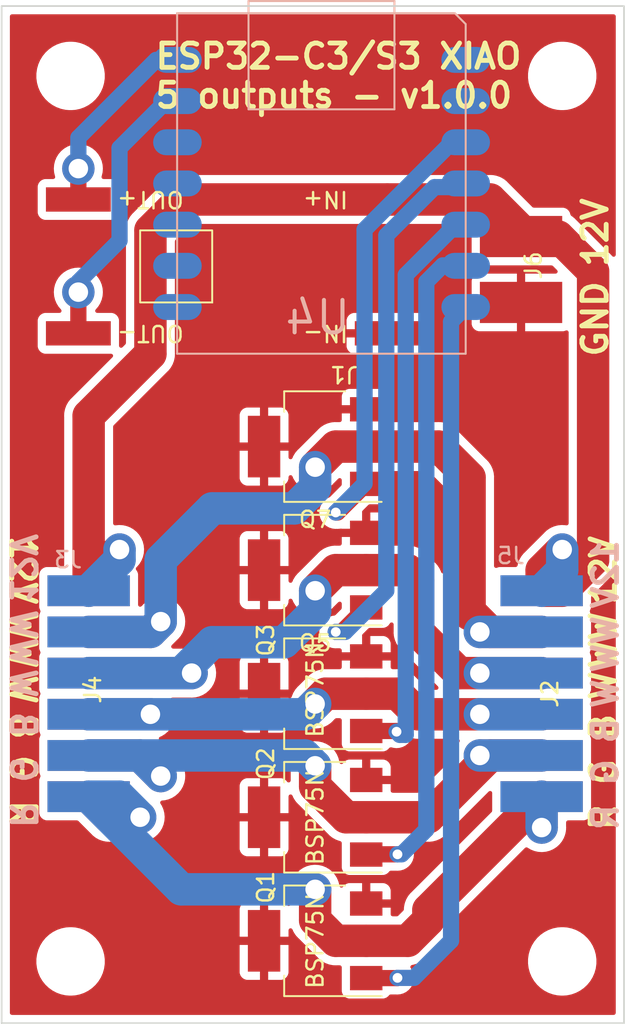
<source format=kicad_pcb>
(kicad_pcb (version 20211014) (generator pcbnew)
  (layers (0 "F.Cu" signal) (31 "B.Cu" signal) (34 "B.Paste" user) (35 "F.Paste" user) (36 "B.SilkS" user "B.Silkscreen") (37 "F.SilkS" user "F.Silkscreen") (38 "B.Mask" user) (39 "F.Mask" user) (44 "Edge.Cuts" user))
  (net 0 "")
  (net 1 "GND")
  (net 3 "OUT1")
  (net 4 "OUT3")
  (net 5 "OUT2")
  (net 6 "OUT4")
  (net 7 "GND_OUT1")
  (net 8 "GND_OUT2")
  (net 9 "GND_OUT3")
  (net 10 "OUT5")
  (net 17 "+5V")
  (net 18 "+12V")
  (net 19 "GNDPWR")
  (net 20 "GND_OUT4")
  (net 21 "GND_OUT5")
  (footprint "Package_TO_SOT_SMD:SOT-223" (layer "F.Cu") (at 213.106 57.404 180)
    (fp_text reference "Q7" (at 0 -4.5) (layer "F.SilkS"))
    (fp_text value "BSP75N")
    (fp_line (start 1.91 -3.41) (end 1.91 -2.15) (layer "F.SilkS") (width 0.12))
    (fp_line (start -4.1 -3.41) (end 1.91 -3.41) (layer "F.SilkS") (width 0.12))
    (fp_line (start 1.91 3.41) (end 1.91 2.15) (layer "F.SilkS") (width 0.12))
    (fp_line (start -1.85 3.41) (end 1.91 3.41) (layer "F.SilkS") (width 0.12))
    (pad "1" smd rect (at -3.15 -2.3 180) (size 2 1.5) (layers "F.Cu" "F.Paste" "F.Mask") (net 10 "OUT5"))
    (pad "2" smd rect (at -3.15 0 180) (size 2 1.5) (layers "F.Cu" "F.Paste" "F.Mask") (net 21 "GND_OUT5"))
    (pad "3" smd rect (at -3.15 2.3 180) (size 2 1.5) (layers "F.Cu" "F.Paste" "F.Mask") (net 19 "GNDPWR"))
    (pad "4" smd rect (at 3.15 0 180) (size 2 3.8) (layers "F.Cu" "F.Paste" "F.Mask") (net 19 "GNDPWR"))
  )
  (footprint "MountingHole:MountingHole_3.2mm_M3_ISO7380" (layer "F.Cu") (at 228.346 89.154)
    (fp_text reference "H4" hide)
    (fp_text value "MountingHole" hide)
    (pad "" np_thru_hole circle (at 0 0) (size 3.2 3.2) (drill 3.2) (layers *.Cu *.Mask))
  )
  (footprint "MountingHole:MountingHole_3.2mm_M3_ISO7380" (layer "F.Cu") (at 198.021 89.154)
    (fp_text reference "H2" hide)
    (fp_text value "MountingHole" hide)
    (pad "" np_thru_hole circle (at 0 0) (size 3.2 3.2) (drill 3.2) (layers *.Cu *.Mask))
  )
  (footprint "MountingHole:MountingHole_3.2mm_M3_ISO7380" (layer "F.Cu") (at 198.021 34.544)
    (fp_text reference "H1" hide)
    (fp_text value "MountingHole" hide)
    (pad "" np_thru_hole circle (at 0 0) (size 3.2 3.2) (drill 3.2) (layers *.Cu *.Mask))
  )
  (footprint "SolderPads:SolderWirePad_2.54x6" (layer "F.Cu") (at 199.136 72.644 -90)
    (fp_text reference "J4" (at -0.254 -0.254 90) (layer "F.SilkS"))
    (fp_text value "Conn_01x06_Male")
    (pad "1" smd rect (at -6.35 0 270) (size 1.905 5.08) (layers "F.Cu" "F.Paste" "F.Mask") (net 18 "+12V"))
    (pad "2" smd rect (at -3.81 0 270) (size 1.905 5.08) (layers "F.Cu" "F.Paste" "F.Mask") (net 21 "GND_OUT5"))
    (pad "3" smd rect (at -1.27 0 270) (size 1.905 5.08) (layers "F.Cu" "F.Paste" "F.Mask") (net 20 "GND_OUT4"))
    (pad "4" smd rect (at 1.27 0 270) (size 1.905 5.08) (layers "F.Cu" "F.Paste" "F.Mask") (net 9 "GND_OUT3"))
    (pad "5" smd rect (at 3.81 0 270) (size 1.905 5.08) (layers "F.Cu" "F.Paste" "F.Mask") (net 8 "GND_OUT2"))
    (pad "6" smd rect (at 6.35 0 270) (size 1.905 5.08) (layers "F.Cu" "F.Paste" "F.Mask") (net 7 "GND_OUT1"))
  )
  (footprint "Package_TO_SOT_SMD:SOT-223" (layer "F.Cu") (at 213.106 65.024 180)
    (fp_text reference "Q5" (at 0 -4.5) (layer "F.SilkS"))
    (fp_text value "BSP75N")
    (fp_line (start 1.91 -3.41) (end 1.91 -2.15) (layer "F.SilkS") (width 0.12))
    (fp_line (start 1.91 3.41) (end 1.91 2.15) (layer "F.SilkS") (width 0.12))
    (fp_line (start -4.1 -3.41) (end 1.91 -3.41) (layer "F.SilkS") (width 0.12))
    (fp_line (start -1.85 3.41) (end 1.91 3.41) (layer "F.SilkS") (width 0.12))
    (pad "1" smd rect (at -3.15 -2.3 180) (size 2 1.5) (layers "F.Cu" "F.Paste" "F.Mask") (net 6 "OUT4"))
    (pad "2" smd rect (at -3.15 0 180) (size 2 1.5) (layers "F.Cu" "F.Paste" "F.Mask") (net 20 "GND_OUT4"))
    (pad "3" smd rect (at -3.15 2.3 180) (size 2 1.5) (layers "F.Cu" "F.Paste" "F.Mask") (net 19 "GNDPWR"))
    (pad "4" smd rect (at 3.15 0 180) (size 2 3.8) (layers "F.Cu" "F.Paste" "F.Mask") (net 19 "GNDPWR"))
  )
  (footprint "Package_TO_SOT_SMD:SOT-223" (layer "F.Cu") (at 213.106 72.644 180)
    (fp_text reference "Q3" (at 3.048 3.302 90) (layer "F.SilkS"))
    (fp_text value "BSP75N" (at 0 0.254 90) (layer "F.SilkS"))
    (fp_line (start 1.91 -3.41) (end 1.91 -2.15) (layer "F.SilkS") (width 0.12))
    (fp_line (start -1.85 3.41) (end 1.91 3.41) (layer "F.SilkS") (width 0.12))
    (fp_line (start -4.1 -3.41) (end 1.91 -3.41) (layer "F.SilkS") (width 0.12))
    (fp_line (start 1.91 3.41) (end 1.91 2.15) (layer "F.SilkS") (width 0.12))
    (pad "1" smd rect (at -3.15 -2.3 180) (size 2 1.5) (layers "F.Cu" "F.Paste" "F.Mask") (net 4 "OUT3"))
    (pad "2" smd rect (at -3.15 0 180) (size 2 1.5) (layers "F.Cu" "F.Paste" "F.Mask") (net 9 "GND_OUT3"))
    (pad "3" smd rect (at -3.15 2.3 180) (size 2 1.5) (layers "F.Cu" "F.Paste" "F.Mask") (net 19 "GNDPWR"))
    (pad "4" smd rect (at 3.15 0 180) (size 2 3.8) (layers "F.Cu" "F.Paste" "F.Mask") (net 19 "GNDPWR"))
  )
  (footprint "Package_TO_SOT_SMD:SOT-223" (layer "F.Cu") (at 213.106 80.264 180)
    (fp_text reference "Q2" (at 3.048 3.302 90) (layer "F.SilkS"))
    (fp_text value "BSP75N" (at 0 0 90) (layer "F.SilkS"))
    (fp_line (start 1.91 -3.41) (end 1.91 -2.15) (layer "F.SilkS") (width 0.12))
    (fp_line (start 1.91 3.41) (end 1.91 2.15) (layer "F.SilkS") (width 0.12))
    (fp_line (start -4.1 -3.41) (end 1.91 -3.41) (layer "F.SilkS") (width 0.12))
    (fp_line (start -1.85 3.41) (end 1.91 3.41) (layer "F.SilkS") (width 0.12))
    (pad "1" smd rect (at -3.15 -2.3 180) (size 2 1.5) (layers "F.Cu" "F.Paste" "F.Mask") (net 5 "OUT2"))
    (pad "2" smd rect (at -3.15 0 180) (size 2 1.5) (layers "F.Cu" "F.Paste" "F.Mask") (net 8 "GND_OUT2"))
    (pad "3" smd rect (at -3.15 2.3 180) (size 2 1.5) (layers "F.Cu" "F.Paste" "F.Mask") (net 19 "GNDPWR"))
    (pad "4" smd rect (at 3.15 0 180) (size 2 3.8) (layers "F.Cu" "F.Paste" "F.Mask") (net 19 "GNDPWR"))
  )
  (footprint "BuckAliexpress:BUCK 18x12mm" (layer "F.Cu") (at 208.026 45.974 180)
    (fp_text reference "J1" (at -6.858 -6.985 180 unlocked) (layer "F.SilkS"))
    (fp_text value "Conn_01x04_Male")
    (fp_text user "OUT+" (at 5.08 3.81 180 unlocked) (layer "F.SilkS"))
    (fp_text user "IN+" (at -5.715 3.81 180 unlocked) (layer "F.SilkS"))
    (fp_text user "OUT-" (at 5.08 -4.445 180 unlocked) (layer "F.SilkS"))
    (fp_text user "IN-" (at -5.715 -4.445 180 unlocked) (layer "F.SilkS"))
    (fp_rect (start 1.27 -2.54) (end 5.715 1.905) (layer "F.SilkS") (width 0.12) (fill none))
    (pad "1" smd rect (at -9.525 3.81 270) (size 1.5 4) (layers "F.Cu" "F.Paste" "F.Mask") (net 18 "+12V"))
    (pad "2" smd rect (at -9.525 -4.445 270) (size 1.5 4) (layers "F.Cu" "F.Paste" "F.Mask") (net 19 "GNDPWR"))
    (pad "3" smd rect (at 9.525 3.81 270) (size 1.5 4) (layers "F.Cu" "F.Paste" "F.Mask") (net 17 "+5V"))
    (pad "4" smd rect (at 9.525 -4.445 270) (size 1.5 4) (layers "F.Cu" "F.Paste" "F.Mask") (net 1 "GND"))
  )
  (footprint "SolderPads:SolderWirePad_3x2" (layer "F.Cu") (at 225.806 46.482 -90)
    (fp_text reference "J6" (at -0.254 -0.762 90) (layer "F.SilkS"))
    (fp_text value "Conn_01x02_Male")
    (pad "1" smd rect (at -2.032 0 270) (size 2.54 5.08) (layers "F.Cu" "F.Paste" "F.Mask") (net 18 "+12V"))
    (pad "2" smd rect (at 2.032 0 270) (size 2.54 5.08) (layers "F.Cu" "F.Paste" "F.Mask") (net 19 "GNDPWR"))
  )
  (footprint "MountingHole:MountingHole_3.2mm_M3_ISO7380" (layer "F.Cu") (at 228.346 34.544)
    (fp_text reference "H3" hide)
    (fp_text value "MountingHole" hide)
    (pad "" np_thru_hole circle (at 0 0) (size 3.2 3.2) (drill 3.2) (layers *.Cu *.Mask))
  )
  (footprint "Package_TO_SOT_SMD:SOT-223" (layer "F.Cu") (at 213.106 87.884 180)
    (fp_text reference "Q1" (at 3.048 3.302 90) (layer "F.SilkS"))
    (fp_text value "BSP75N" (at 0 0 90) (layer "F.SilkS"))
    (fp_line (start 1.91 3.41) (end 1.91 2.15) (layer "F.SilkS") (width 0.12))
    (fp_line (start -4.1 -3.41) (end 1.91 -3.41) (layer "F.SilkS") (width 0.12))
    (fp_line (start 1.91 -3.41) (end 1.91 -2.15) (layer "F.SilkS") (width 0.12))
    (fp_line (start -1.85 3.41) (end 1.91 3.41) (layer "F.SilkS") (width 0.12))
    (pad "1" smd rect (at -3.15 -2.3 180) (size 2 1.5) (layers "F.Cu" "F.Paste" "F.Mask") (net 3 "OUT1"))
    (pad "2" smd rect (at -3.15 0 180) (size 2 1.5) (layers "F.Cu" "F.Paste" "F.Mask") (net 7 "GND_OUT1"))
    (pad "3" smd rect (at -3.15 2.3 180) (size 2 1.5) (layers "F.Cu" "F.Paste" "F.Mask") (net 19 "GNDPWR"))
    (pad "4" smd rect (at 3.15 0 180) (size 2 3.8) (layers "F.Cu" "F.Paste" "F.Mask") (net 19 "GNDPWR"))
  )
  (footprint "SolderPads:SolderWirePad_2.54x6" (layer "F.Cu") (at 227.076 72.644 -90)
    (fp_text reference "J2" (at 0 -0.508 90) (layer "F.SilkS"))
    (fp_text value "Conn_01x06_Male")
    (pad "1" smd rect (at -6.35 0 270) (size 1.905 5.08) (layers "F.Cu" "F.Paste" "F.Mask") (net 18 "+12V"))
    (pad "2" smd rect (at -3.81 0 270) (size 1.905 5.08) (layers "F.Cu" "F.Paste" "F.Mask") (net 21 "GND_OUT5"))
    (pad "3" smd rect (at -1.27 0 270) (size 1.905 5.08) (layers "F.Cu" "F.Paste" "F.Mask") (net 20 "GND_OUT4"))
    (pad "4" smd rect (at 1.27 0 270) (size 1.905 5.08) (layers "F.Cu" "F.Paste" "F.Mask") (net 9 "GND_OUT3"))
    (pad "5" smd rect (at 3.81 0 270) (size 1.905 5.08) (layers "F.Cu" "F.Paste" "F.Mask") (net 8 "GND_OUT2"))
    (pad "6" smd rect (at 6.35 0 270) (size 1.905 5.08) (layers "F.Cu" "F.Paste" "F.Mask") (net 7 "GND_OUT1"))
  )
  (footprint "Project_custom:MOUDLE14P-SMD-2.54-21X17.8MM" (layer "B.Cu") (at 222.392 51.676076 180)
    (fp_text reference "U4" (at 9.124 2.22925) (layer "B.SilkS") (effects (font (size 2 2) (thickness 0.25)) (justify mirror)))
    (fp_text value "MOUDLE-SEEEDUINO-XIAO-ESP32C3")
    (fp_line (start 0 20.3285) (end 0 0) (layer "B.SilkS") (width 0.127))
    (fp_line (start 13.395 15.072) (end 4.396 15.072) (layer "B.SilkS") (width 0.127))
    (fp_line (start 0 0) (end 17.8 0) (layer "B.SilkS") (width 0.127))
    (fp_line (start 0.671541 21) (end 0 20.3285) (layer "B.SilkS") (width 0.127))
    (fp_line (start 17.8 21) (end 0.671541 21) (layer "B.SilkS") (width 0.127))
    (fp_line (start 13.395 21.750651) (end 13.395 15.072) (layer "B.SilkS") (width 0.127))
    (fp_line (start 4.396 15.072) (end 4.396 21.750651) (layer "B.SilkS") (width 0.127))
    (fp_line (start 17.8 0) (end 17.8 21) (layer "B.SilkS") (width 0.127))
    (fp_line (start 4.396 21.750651) (end 13.395 21.750651) (layer "B.SilkS") (width 0.127))
    (pad "1" smd roundrect (at 0 18.12 180) (size 3 1.6) (layers "B.Cu" "B.Paste" "B.Mask") (roundrect_rratio 0.5))
    (pad "2" smd roundrect (at 0 15.58 180) (size 3 1.6) (layers "B.Cu" "B.Paste" "B.Mask") (roundrect_rratio 0.5))
    (pad "3" smd roundrect (at 0 13.04 180) (size 3 1.6) (layers "B.Cu" "B.Paste" "B.Mask") (roundrect_rratio 0.5) (net 10 "OUT5"))
    (pad "4" smd roundrect (at 0 10.5 180) (size 3 1.6) (layers "B.Cu" "B.Paste" "B.Mask") (roundrect_rratio 0.5) (net 6 "OUT4"))
    (pad "5" smd roundrect (at 0 7.96 180) (size 3 1.6) (layers "B.Cu" "B.Paste" "B.Mask") (roundrect_rratio 0.5) (net 4 "OUT3"))
    (pad "6" smd roundrect (at 0 5.42 180) (size 3 1.6) (layers "B.Cu" "B.Paste" "B.Mask") (roundrect_rratio 0.5) (net 5 "OUT2"))
    (pad "7" smd roundrect (at 0 2.88 180) (size 3 1.6) (layers "B.Cu" "B.Paste" "B.Mask") (roundrect_rratio 0.5) (net 3 "OUT1"))
    (pad "8" smd roundrect (at 17.78 2.88 180) (size 3 1.6) (layers "B.Cu" "B.Paste" "B.Mask") (roundrect_rratio 0.5))
    (pad "9" smd roundrect (at 17.78 5.42 180) (size 3 1.6) (layers "B.Cu" "B.Paste" "B.Mask") (roundrect_rratio 0.5))
    (pad "10" smd roundrect (at 17.78 7.96 180) (size 3 1.6) (layers "B.Cu" "B.Paste" "B.Mask") (roundrect_rratio 0.5))
    (pad "11" smd roundrect (at 17.78 10.5 180) (size 3 1.6) (layers "B.Cu" "B.Paste" "B.Mask") (roundrect_rratio 0.5))
    (pad "12" smd roundrect (at 17.78 13.04 180) (size 3 1.6) (layers "B.Cu" "B.Paste" "B.Mask") (roundrect_rratio 0.5))
    (pad "13" smd roundrect (at 17.78 15.58 180) (size 3 1.6) (layers "B.Cu" "B.Paste" "B.Mask") (roundrect_rratio 0.5) (net 1 "GND"))
    (pad "14" smd roundrect (at 17.78 18.12 180) (size 3 1.6) (layers "B.Cu" "B.Paste" "B.Mask") (roundrect_rratio 0.5) (net 17 "+5V"))
  )
  (footprint "SolderPads:SolderWirePad_2.54x6" (layer "B.Cu") (at 199.136 72.644 -90)
    (fp_text reference "J3" (at -8.255 1.27 180) (layer "B.SilkS") (effects (justify mirror)))
    (fp_text value "Conn_01x06_Male")
    (pad "1" smd rect (at -6.35 0 270) (size 1.905 5.08) (layers "B.Cu" "B.Paste" "B.Mask") (net 18 "+12V"))
    (pad "2" smd rect (at -3.81 0 270) (size 1.905 5.08) (layers "B.Cu" "B.Paste" "B.Mask") (net 21 "GND_OUT5"))
    (pad "3" smd rect (at -1.27 0 270) (size 1.905 5.08) (layers "B.Cu" "B.Paste" "B.Mask") (net 20 "GND_OUT4"))
    (pad "4" smd rect (at 1.27 0 270) (size 1.905 5.08) (layers "B.Cu" "B.Paste" "B.Mask") (net 9 "GND_OUT3"))
    (pad "5" smd rect (at 3.81 0 270) (size 1.905 5.08) (layers "B.Cu" "B.Paste" "B.Mask") (net 8 "GND_OUT2"))
    (pad "6" smd rect (at 6.35 0 270) (size 1.905 5.08) (layers "B.Cu" "B.Paste" "B.Mask") (net 7 "GND_OUT1"))
  )
  (footprint "SolderPads:SolderWirePad_2.54x6" (layer "B.Cu") (at 227.076 72.644 -90)
    (fp_text reference "J5" (at -8.509 1.905 180) (layer "B.SilkS") (effects (justify mirror)))
    (fp_text value "Conn_01x06_Male")
    (pad "1" smd rect (at -6.35 0 270) (size 1.905 5.08) (layers "B.Cu" "B.Paste" "B.Mask") (net 18 "+12V"))
    (pad "2" smd rect (at -3.81 0 270) (size 1.905 5.08) (layers "B.Cu" "B.Paste" "B.Mask") (net 21 "GND_OUT5"))
    (pad "3" smd rect (at -1.27 0 270) (size 1.905 5.08) (layers "B.Cu" "B.Paste" "B.Mask") (net 20 "GND_OUT4"))
    (pad "4" smd rect (at 1.27 0 270) (size 1.905 5.08) (layers "B.Cu" "B.Paste" "B.Mask") (net 9 "GND_OUT3"))
    (pad "5" smd rect (at 3.81 0 270) (size 1.905 5.08) (layers "B.Cu" "B.Paste" "B.Mask") (net 8 "GND_OUT2"))
    (pad "6" smd rect (at 6.35 0 270) (size 1.905 5.08) (layers "B.Cu" "B.Paste" "B.Mask") (net 7 "GND_OUT1"))
  )
  (gr_rect (start 193.769 30.235) (end 232.156 92.964) (layer "Edge.Cuts") (width 0.1) (fill none))
  (gr_text "R" (at 195.072 80.137 -90) (layer "B.SilkS") (effects (font (size 1.5 1.5) (thickness 0.3)) (justify mirror)))
  (gr_text "12V" (at 231.013 65.278 -270) (layer "B.SilkS") (effects (font (size 1.5 1.5) (thickness 0.3)) (justify mirror)))
  (gr_text "B" (at 195.072 74.549 -90) (layer "B.SilkS") (effects (font (size 1.5 1.5) (thickness 0.3)) (justify mirror)))
  (gr_text "R" (at 231.013 80.264 -270) (layer "B.SilkS") (effects (font (size 1.5 1.5) (thickness 0.3)) (justify mirror)))
  (gr_text "G" (at 195.072 77.343 -90) (layer "B.SilkS") (effects (font (size 1.5 1.5) (thickness 0.3)) (justify mirror)))
  (gr_text "W" (at 195.072 72.009 -90) (layer "B.SilkS") (effects (font (size 1.5 1.5) (thickness 0.3)) (justify mirror)))
  (gr_text "W" (at 231.013 72.644 -270) (layer "B.SilkS") (effects (font (size 1.5 1.5) (thickness 0.3)) (justify mirror)))
  (gr_text "WW" (at 231.013 69.596 -270) (layer "B.SilkS") (effects (font (size 1.5 1.5) (thickness 0.3)) (justify mirror)))
  (gr_text "G" (at 231.013 77.47 -270) (layer "B.SilkS") (effects (font (size 1.5 1.5) (thickness 0.3)) (justify mirror)))
  (gr_text "B" (at 231.013 74.93 -270) (layer "B.SilkS") (effects (font (size 1.5 1.5) (thickness 0.3)) (justify mirror)))
  (gr_text "WW" (at 195.072 69.215 -90) (layer "B.SilkS") (effects (font (size 1.5 1.5) (thickness 0.3)) (justify mirror)))
  (gr_text "12V" (at 195.072 64.897 -90) (layer "B.SilkS") (effects (font (size 1.5 1.5) (thickness 0.3)) (justify mirror)))
  (gr_text "12V" (at 195.072 65.024 270) (layer "F.SilkS") (effects (font (size 1.5 1.5) (thickness 0.3))))
  (gr_text "G" (at 230.886 77.47 90) (layer "F.SilkS") (effects (font (size 1.5 1.5) (thickness 0.3))))
  (gr_text "W" (at 195.072 72.39 270) (layer "F.SilkS") (effects (font (size 1.5 1.5) (thickness 0.3))))
  (gr_text "12V" (at 230.378 44.196 90) (layer "F.SilkS") (effects (font (size 1.5 1.5) (thickness 0.3))))
  (gr_text "R" (at 230.886 80.264 90) (layer "F.SilkS") (effects (font (size 1.5 1.5) (thickness 0.3))))
  (gr_text "W" (at 230.886 72.136 90) (layer "F.SilkS") (effects (font (size 1.5 1.5) (thickness 0.3))))
  (gr_text "12V" (at 230.886 65.024 90) (layer "F.SilkS") (effects (font (size 1.5 1.5) (thickness 0.3))))
  (gr_text "WW" (at 230.886 69.342 90) (layer "F.SilkS") (effects (font (size 1.5 1.5) (thickness 0.3))))
  (gr_text "R" (at 195.072 80.01 270) (layer "F.SilkS") (effects (font (size 1.5 1.5) (thickness 0.3))))
  (gr_text "B" (at 230.886 74.676 90) (layer "F.SilkS") (effects (font (size 1.5 1.5) (thickness 0.3))))
  (gr_text "G" (at 195.072 77.216 270) (layer "F.SilkS") (effects (font (size 1.5 1.5) (thickness 0.3))))
  (gr_text "B" (at 195.072 74.676 270) (layer "F.SilkS") (effects (font (size 1.5 1.5) (thickness 0.3))))
  (gr_text "GND" (at 230.378 49.53 90) (layer "F.SilkS") (effects (font (size 1.5 1.5) (thickness 0.3))))
  (gr_text "ESP32-C3/S3 XIAO\n5 outputs - v1.0.0" (at 203.101 34.544) (layer "F.SilkS") (effects (font (size 1.5 1.5) (thickness 0.3)) (justify left)))
  (gr_text "WW" (at 195.072 69.342 270) (layer "F.SilkS") (effects (font (size 1.5 1.5) (thickness 0.3))))
  (segment (start 198.501 47.879) (end 198.501 50.419) (width 1) (layer "F.Cu") (net 1))
  (via (at 198.501 47.879) (size 2) (drill 1.2) (layers "F.Cu" "B.Cu") (net 1))
  (segment (start 201.041 43.434) (end 201.041 44.704) (width 1) (layer "B.Cu") (net 1))
  (segment (start 201.041 44.704) (end 198.501 47.244) (width 1) (layer "B.Cu") (net 1))
  (segment (start 201.041 38.989) (end 201.041 43.434) (width 1) (layer "B.Cu") (net 1))
  (segment (start 198.501 47.244) (end 198.501 47.879) (width 1) (layer "B.Cu") (net 1))
  (segment (start 204.612 36.096076) (end 203.933924 36.096076) (width 1) (layer "B.Cu") (net 1))
  (segment (start 203.933924 36.096076) (end 201.041 38.989) (width 1) (layer "B.Cu") (net 1))
  (segment (start 218.172 90.184) (end 218.186 90.17) (width 1) (layer "F.Cu") (net 3))
  (segment (start 216.256 90.184) (end 218.172 90.184) (width 1) (layer "F.Cu") (net 3))
  (via (at 218.186 90.17) (size 1) (drill 0.6) (layers "F.Cu" "B.Cu") (net 3))
  (segment (start 221.488 49.700076) (end 221.488 87.884) (width 1) (layer "B.Cu") (net 3))
  (segment (start 222.392 48.796076) (end 221.488 49.700076) (width 1) (layer "B.Cu") (net 3))
  (segment (start 219.202 90.17) (end 218.186 90.17) (width 1) (layer "B.Cu") (net 3))
  (segment (start 221.488 87.884) (end 219.202 90.17) (width 1) (layer "B.Cu") (net 3))
  (segment (start 218.082544 74.944) (end 218.127272 74.988728) (width 1) (layer "F.Cu") (net 4))
  (segment (start 216.256 74.944) (end 218.082544 74.944) (width 1) (layer "F.Cu") (net 4))
  (via (at 218.127272 74.988728) (size 1) (drill 0.6) (layers "F.Cu" "B.Cu") (net 4))
  (segment (start 218.694 46.816944) (end 218.694 75.184) (width 1) (layer "B.Cu") (net 4))
  (segment (start 218.694 75.184) (end 218.322544 75.184) (width 1) (layer "B.Cu") (net 4))
  (segment (start 221.794868 43.716076) (end 218.694 46.816944) (width 1) (layer "B.Cu") (net 4))
  (segment (start 218.322544 75.184) (end 218.127272 74.988728) (width 1) (layer "B.Cu") (net 4))
  (segment (start 222.392 43.716076) (end 221.794868 43.716076) (width 1) (layer "B.Cu") (net 4))
  (segment (start 216.27 82.55) (end 216.256 82.564) (width 1) (layer "F.Cu") (net 5))
  (segment (start 218.186 82.55) (end 216.27 82.55) (width 1) (layer "F.Cu") (net 5))
  (via (at 218.186 82.55) (size 1) (drill 0.6) (layers "F.Cu" "B.Cu") (net 5))
  (segment (start 219.964 81.026) (end 218.44 82.55) (width 1) (layer "B.Cu") (net 5))
  (segment (start 222.363924 46.228) (end 220.98 46.228) (width 1) (layer "B.Cu") (net 5))
  (segment (start 222.392 46.256076) (end 222.363924 46.228) (width 1) (layer "B.Cu") (net 5))
  (segment (start 218.44 82.55) (end 218.186 82.55) (width 1) (layer "B.Cu") (net 5))
  (segment (start 219.964 47.244) (end 219.964 81.026) (width 1) (layer "B.Cu") (net 5))
  (segment (start 220.98 46.228) (end 219.964 47.244) (width 1) (layer "B.Cu") (net 5))
  (segment (start 214.376 68.834) (end 214.746 68.834) (width 1) (layer "F.Cu") (net 6))
  (segment (start 214.746 68.834) (end 216.256 67.324) (width 1) (layer "F.Cu") (net 6))
  (via (at 214.376 68.834) (size 1) (drill 0.6) (layers "F.Cu" "B.Cu") (net 6))
  (segment (start 222.392 41.176076) (end 222.166076 41.402) (width 1) (layer "B.Cu") (net 6))
  (segment (start 217.494 66.294) (end 214.954 68.834) (width 1) (layer "B.Cu") (net 6))
  (segment (start 220.472 41.402) (end 217.494 44.38) (width 1) (layer "B.Cu") (net 6))
  (segment (start 222.166076 41.402) (end 220.472 41.402) (width 1) (layer "B.Cu") (net 6))
  (segment (start 214.954 68.834) (end 214.376 68.834) (width 1) (layer "B.Cu") (net 6))
  (segment (start 217.494 44.38) (end 217.494 66.294) (width 1) (layer "B.Cu") (net 6))
  (segment (start 220.091 86.614) (end 218.821 87.884) (width 2) (layer "F.Cu") (net 7))
  (segment (start 202.311 80.264) (end 200.406 80.264) (width 2) (layer "F.Cu") (net 7))
  (segment (start 213.106 86.614) (end 213.106 84.709) (width 2) (layer "F.Cu") (net 7))
  (segment (start 216.256 87.884) (end 214.376 87.884) (width 2) (layer "F.Cu") (net 7))
  (segment (start 227.076 78.994) (end 220.091 85.979) (width 2) (layer "F.Cu") (net 7))
  (segment (start 214.376 87.884) (end 213.741 87.249) (width 2) (layer "F.Cu") (net 7))
  (segment (start 227.076 78.994) (end 227.076 80.899) (width 2) (layer "F.Cu") (net 7))
  (segment (start 220.091 85.979) (end 220.091 86.614) (width 2) (layer "F.Cu") (net 7))
  (segment (start 200.406 80.264) (end 199.136 78.994) (width 2) (layer "F.Cu") (net 7))
  (segment (start 213.741 87.249) (end 213.106 86.614) (width 2) (layer "F.Cu") (net 7))
  (segment (start 218.821 87.884) (end 216.256 87.884) (width 2) (layer "F.Cu") (net 7))
  (via (at 227.076 80.899) (size 2) (drill 1.2) (layers "F.Cu" "B.Cu") (net 7))
  (via (at 202.311 80.264) (size 2) (drill 1.2) (layers "F.Cu" "B.Cu") (net 7))
  (via (at 213.106 84.709) (size 2) (drill 1.2) (layers "F.Cu" "B.Cu") (net 7))
  (segment (start 213.106 84.709) (end 204.851 84.709) (width 2) (layer "B.Cu") (net 7))
  (segment (start 199.136 78.994) (end 201.041 78.994) (width 2) (layer "B.Cu") (net 7))
  (segment (start 201.041 78.994) (end 202.311 80.264) (width 2) (layer "B.Cu") (net 7))
  (segment (start 204.851 84.709) (end 199.136 78.994) (width 2) (layer "B.Cu") (net 7))
  (segment (start 227.076 80.899) (end 227.076 78.994) (width 2) (layer "B.Cu") (net 7))
  (segment (start 223.266 76.454) (end 227.076 76.454) (width 2) (layer "F.Cu") (net 8))
  (segment (start 215.011 80.264) (end 213.106 78.359) (width 2) (layer "F.Cu") (net 8))
  (segment (start 203.581 77.724) (end 202.311 76.454) (width 2) (layer "F.Cu") (net 8))
  (segment (start 202.311 76.454) (end 199.136 76.454) (width 2) (layer "F.Cu") (net 8))
  (segment (start 223.901 76.454) (end 220.091 80.264) (width 2) (layer "F.Cu") (net 8))
  (segment (start 213.106 78.359) (end 213.106 77.089) (width 2) (layer "F.Cu") (net 8))
  (segment (start 216.256 80.264) (end 215.011 80.264) (width 2) (layer "F.Cu") (net 8))
  (segment (start 220.091 80.264) (end 216.256 80.264) (width 2) (layer "F.Cu") (net 8))
  (segment (start 223.901 76.454) (end 227.076 76.454) (width 2) (layer "F.Cu") (net 8))
  (via (at 223.266 76.454) (size 2) (drill 1.2) (layers "F.Cu" "B.Cu") (net 8))
  (via (at 213.106 77.089) (size 2) (drill 1.2) (layers "F.Cu" "B.Cu") (net 8))
  (via (at 203.581 77.724) (size 2) (drill 1.2) (layers "F.Cu" "B.Cu") (net 8))
  (segment (start 212.471 76.454) (end 199.136 76.454) (width 2) (layer "B.Cu") (net 8))
  (segment (start 202.311 76.454) (end 203.581 77.724) (width 2) (layer "B.Cu") (net 8))
  (segment (start 199.136 76.454) (end 202.311 76.454) (width 2) (layer "B.Cu") (net 8))
  (segment (start 227.076 76.454) (end 223.266 76.454) (width 2) (layer "B.Cu") (net 8))
  (segment (start 213.106 77.089) (end 212.471 76.454) (width 2) (layer "B.Cu") (net 8))
  (segment (start 218.186 72.644) (end 216.256 72.644) (width 2) (layer "F.Cu") (net 9))
  (segment (start 227.076 73.914) (end 223.266 73.914) (width 2) (layer "F.Cu") (net 9))
  (segment (start 219.456 73.914) (end 218.186 72.644) (width 2) (layer "F.Cu") (net 9))
  (segment (start 199.136 73.914) (end 202.946 73.914) (width 2) (layer "F.Cu") (net 9))
  (segment (start 213.741 72.644) (end 213.106 73.279) (width 2) (layer "F.Cu") (net 9))
  (segment (start 223.266 73.914) (end 219.456 73.914) (width 2) (layer "F.Cu") (net 9))
  (segment (start 216.256 72.644) (end 213.741 72.644) (width 2) (layer "F.Cu") (net 9))
  (via (at 223.266 73.914) (size 2) (drill 1.2) (layers "F.Cu" "B.Cu") (net 9))
  (via (at 213.106 73.279) (size 2) (drill 1.2) (layers "F.Cu" "B.Cu") (net 9))
  (via (at 202.946 73.914) (size 2) (drill 1.2) (layers "F.Cu" "B.Cu") (net 9))
  (segment (start 212.471 73.914) (end 199.136 73.914) (width 2) (layer "B.Cu") (net 9))
  (segment (start 227.076 73.914) (end 223.266 73.914) (width 2) (layer "B.Cu") (net 9))
  (segment (start 213.106 73.279) (end 212.471 73.914) (width 2) (layer "B.Cu") (net 9))
  (segment (start 202.946 73.914) (end 199.136 73.914) (width 2) (layer "B.Cu") (net 9))
  (segment (start 214.492 61.468) (end 216.256 59.704) (width 1) (layer "F.Cu") (net 10))
  (segment (start 214.376 61.468) (end 214.492 61.468) (width 1) (layer "F.Cu") (net 10))
  (via (at 214.376 61.468) (size 1) (drill 0.6) (layers "F.Cu" "B.Cu") (net 10))
  (segment (start 216.154 44.022944) (end 216.154 59.69) (width 1) (layer "B.Cu") (net 10))
  (segment (start 216.154 59.69) (end 214.376 61.468) (width 1) (layer "B.Cu") (net 10))
  (segment (start 221.540868 38.636076) (end 216.154 44.022944) (width 1) (layer "B.Cu") (net 10))
  (segment (start 222.392 38.636076) (end 221.540868 38.636076) (width 1) (layer "B.Cu") (net 10))
  (segment (start 198.501 40.259) (end 198.501 42.164) (width 1) (layer "F.Cu") (net 17))
  (via (at 198.501 40.259) (size 2) (drill 1.2) (layers "F.Cu" "B.Cu") (net 17))
  (segment (start 203.298924 33.556076) (end 201.676 35.179) (width 1) (layer "B.Cu") (net 17))
  (segment (start 198.501 38.354) (end 198.501 40.259) (width 1) (layer "B.Cu") (net 17))
  (segment (start 204.612 33.556076) (end 203.298924 33.556076) (width 1) (layer "B.Cu") (net 17))
  (segment (start 201.676 35.179) (end 198.501 38.354) (width 1) (layer "B.Cu") (net 17))
  (segment (start 217.551 42.164) (end 204.851 42.164) (width 2) (layer "F.Cu") (net 18))
  (segment (start 204.851 42.164) (end 202.946 44.069) (width 2) (layer "F.Cu") (net 18))
  (segment (start 202.946 51.689) (end 199.136 55.499) (width 2) (layer "F.Cu") (net 18))
  (segment (start 227.076 65.024) (end 228.346 63.754) (width 2) (layer "F.Cu") (net 18))
  (segment (start 230.251 64.389) (end 228.346 66.294) (width 2) (layer "F.Cu") (net 18))
  (segment (start 199.136 66.294) (end 199.136 65.659) (width 2) (layer "F.Cu") (net 18))
  (segment (start 202.946 44.069) (end 202.946 51.689) (width 2) (layer "F.Cu") (net 18))
  (segment (start 225.806 44.45) (end 225.806 44.069) (width 2) (layer "F.Cu") (net 18))
  (segment (start 225.806 44.069) (end 223.901 42.164) (width 2) (layer "F.Cu") (net 18))
  (segment (start 228.092 44.45) (end 230.251 46.609) (width 2) (layer "F.Cu") (net 18))
  (segment (start 199.136 65.659) (end 201.041 63.754) (width 2) (layer "F.Cu") (net 18))
  (segment (start 223.901 42.164) (end 217.551 42.164) (width 2) (layer "F.Cu") (net 18))
  (segment (start 230.251 46.609) (end 230.251 64.389) (width 2) (layer "F.Cu") (net 18))
  (segment (start 227.076 66.294) (end 227.076 65.024) (width 2) (layer "F.Cu") (net 18))
  (segment (start 199.136 55.499) (end 199.136 66.294) (width 2) (layer "F.Cu") (net 18))
  (segment (start 225.806 44.45) (end 228.092 44.45) (width 2) (layer "F.Cu") (net 18))
  (segment (start 228.346 66.294) (end 227.076 66.294) (width 2) (layer "F.Cu") (net 18))
  (via (at 201.041 63.754) (size 2) (drill 1.2) (layers "F.Cu" "B.Cu") (net 18))
  (via (at 228.346 63.754) (size 2) (drill 1.2) (layers "F.Cu" "B.Cu") (net 18))
  (segment (start 228.346 63.754) (end 228.346 65.024) (width 2) (layer "B.Cu") (net 18))
  (segment (start 228.346 65.024) (end 227.076 66.294) (width 2) (layer "B.Cu") (net 18))
  (segment (start 201.041 63.754) (end 201.041 64.389) (width 2) (layer "B.Cu") (net 18))
  (segment (start 201.041 64.389) (end 199.136 66.294) (width 2) (layer "B.Cu") (net 18))
  (segment (start 214.376 65.024) (end 213.106 66.294) (width 2) (layer "F.Cu") (net 20))
  (segment (start 218.821 65.024) (end 216.256 65.024) (width 2) (layer "F.Cu") (net 20))
  (segment (start 219.456 65.659) (end 218.821 65.024) (width 2) (layer "F.Cu") (net 20))
  (segment (start 227.076 71.374) (end 221.996 71.374) (width 2) (layer "F.Cu") (net 20))
  (segment (start 223.266 71.374) (end 227.076 71.374) (width 2) (layer "F.Cu") (net 20))
  (segment (start 216.256 65.024) (end 214.376 65.024) (width 2) (layer "F.Cu") (net 20))
  (segment (start 221.996 71.374) (end 219.456 68.834) (width 2) (layer "F.Cu") (net 20))
  (segment (start 199.136 71.374) (end 205.486 71.374) (width 2) (layer "F.Cu") (net 20))
  (segment (start 219.456 68.834) (end 219.456 65.659) (width 2) (layer "F.Cu") (net 20))
  (via (at 205.486 71.374) (size 2) (drill 1.2) (layers "F.Cu" "B.Cu") (net 20))
  (via (at 213.106 66.294) (size 2) (drill 1.2) (layers "F.Cu" "B.Cu") (net 20))
  (via (at 223.266 71.374) (size 2) (drill 1.2) (layers "F.Cu" "B.Cu") (net 20))
  (segment (start 204.851 71.374) (end 199.136 71.374) (width 2) (layer "B.Cu") (net 20))
  (segment (start 205.486 71.374) (end 199.136 71.374) (width 2) (layer "B.Cu") (net 20))
  (segment (start 227.076 71.374) (end 223.266 71.374) (width 2) (layer "B.Cu") (net 20))
  (segment (start 213.106 67.564) (end 211.201 69.469) (width 2) (layer "B.Cu") (net 20))
  (segment (start 211.201 69.469) (end 206.756 69.469) (width 2) (layer "B.Cu") (net 20))
  (segment (start 213.106 66.294) (end 213.106 67.564) (width 2) (layer "B.Cu") (net 20))
  (segment (start 206.756 69.469) (end 204.851 71.374) (width 2) (layer "B.Cu") (net 20))
  (segment (start 223.901 68.834) (end 222.8085 67.7415) (width 2) (layer "F.Cu") (net 21))
  (segment (start 202.946 68.834) (end 203.581 68.199) (width 2) (layer "F.Cu") (net 21))
  (segment (start 214.376 57.404) (end 213.106 58.674) (width 2) (layer "F.Cu") (net 21))
  (segment (start 223.266 68.834) (end 227.076 68.834) (width 2) (layer "F.Cu") (net 21))
  (segment (start 227.076 68.834) (end 223.901 68.834) (width 2) (layer "F.Cu") (net 21))
  (segment (start 199.136 68.834) (end 202.946 68.834) (width 2) (layer "F.Cu") (net 21))
  (segment (start 220.726 57.404) (end 216.256 57.404) (width 2) (layer "F.Cu") (net 21))
  (segment (start 222.631 59.309) (end 220.726 57.404) (width 2) (layer "F.Cu") (net 21))
  (segment (start 216.256 57.404) (end 214.376 57.404) (width 2) (layer "F.Cu") (net 21))
  (segment (start 222.8085 67.7415) (end 222.631 67.7415) (width 2) (layer "F.Cu") (net 21))
  (segment (start 222.631 67.7415) (end 222.631 59.309) (width 2) (layer "F.Cu") (net 21))
  (via (at 213.106 58.674) (size 2) (drill 1.2) (layers "F.Cu" "B.Cu") (net 21))
  (via (at 223.266 68.834) (size 2) (drill 1.2) (layers "F.Cu" "B.Cu") (net 21))
  (via (at 203.581 68.199) (size 2) (drill 1.2) (layers "F.Cu" "B.Cu") (net 21))
  (segment (start 206.756 61.214) (end 203.581 64.389) (width 2) (layer "B.Cu") (net 21))
  (segment (start 213.106 59.944) (end 211.836 61.214) (width 2) (layer "B.Cu") (net 21))
  (segment (start 227.076 68.834) (end 223.266 68.834) (width 2) (layer "B.Cu") (net 21))
  (segment (start 202.946 68.834) (end 199.136 68.834) (width 2) (layer "B.Cu") (net 21))
  (segment (start 211.836 61.214) (end 206.756 61.214) (width 2) (layer "B.Cu") (net 21))
  (segment (start 203.581 64.389) (end 203.581 68.199) (width 2) (layer "B.Cu") (net 21))
  (segment (start 213.106 58.674) (end 213.106 59.944) (width 2) (layer "B.Cu") (net 21))
  (segment (start 203.581 68.199) (end 202.946 68.834) (width 2) (layer "B.Cu") (net 21))
  (zone (net 19) (net_name "GNDPWR") (layer "F.Cu") (connect_pads (clearance 0.508)) (min_thickness 0.254) (fill yes (thermal_gap 0.508) (thermal_bridge_width 0.508))
    (polygon (pts (xy 232.156 30.235) (xy 232.156 92.964) (xy 194.023 92.964) (xy 194.023 30.235)))
  )
)
</source>
